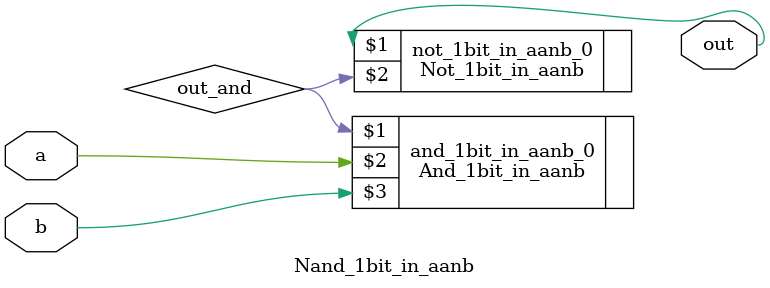
<source format=v>
`timescale 1ns/1ps

module Nand_1bit_in_aanb (out, a, b);
input a;
input b;
output out;

wire out_and;
And_1bit_in_aanb and_1bit_in_aanb_0 (out_and, a, b);
Not_1bit_in_aanb not_1bit_in_aanb_0 (out, out_and);

endmodule
</source>
